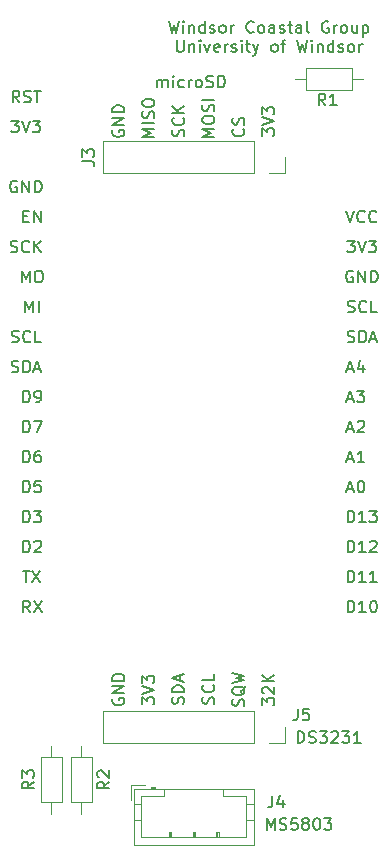
<source format=gbr>
%TF.GenerationSoftware,KiCad,Pcbnew,(6.0.8)*%
%TF.CreationDate,2022-10-21T13:47:49-04:00*%
%TF.ProjectId,firebeetle-shield,66697265-6265-4657-946c-652d73686965,v2*%
%TF.SameCoordinates,Original*%
%TF.FileFunction,Legend,Top*%
%TF.FilePolarity,Positive*%
%FSLAX46Y46*%
G04 Gerber Fmt 4.6, Leading zero omitted, Abs format (unit mm)*
G04 Created by KiCad (PCBNEW (6.0.8)) date 2022-10-21 13:47:49*
%MOMM*%
%LPD*%
G01*
G04 APERTURE LIST*
%ADD10C,0.150000*%
%ADD11C,0.200000*%
%ADD12C,0.120000*%
G04 APERTURE END LIST*
D10*
X116674761Y-158077476D02*
X116722380Y-157934619D01*
X116722380Y-157696523D01*
X116674761Y-157601285D01*
X116627142Y-157553666D01*
X116531904Y-157506047D01*
X116436666Y-157506047D01*
X116341428Y-157553666D01*
X116293809Y-157601285D01*
X116246190Y-157696523D01*
X116198571Y-157887000D01*
X116150952Y-157982238D01*
X116103333Y-158029857D01*
X116008095Y-158077476D01*
X115912857Y-158077476D01*
X115817619Y-158029857D01*
X115770000Y-157982238D01*
X115722380Y-157887000D01*
X115722380Y-157648904D01*
X115770000Y-157506047D01*
X116627142Y-156506047D02*
X116674761Y-156553666D01*
X116722380Y-156696523D01*
X116722380Y-156791761D01*
X116674761Y-156934619D01*
X116579523Y-157029857D01*
X116484285Y-157077476D01*
X116293809Y-157125095D01*
X116150952Y-157125095D01*
X115960476Y-157077476D01*
X115865238Y-157029857D01*
X115770000Y-156934619D01*
X115722380Y-156791761D01*
X115722380Y-156696523D01*
X115770000Y-156553666D01*
X115817619Y-156506047D01*
X116722380Y-155601285D02*
X116722380Y-156077476D01*
X115722380Y-156077476D01*
X110642380Y-158125095D02*
X110642380Y-157506047D01*
X111023333Y-157839380D01*
X111023333Y-157696523D01*
X111070952Y-157601285D01*
X111118571Y-157553666D01*
X111213809Y-157506047D01*
X111451904Y-157506047D01*
X111547142Y-157553666D01*
X111594761Y-157601285D01*
X111642380Y-157696523D01*
X111642380Y-157982238D01*
X111594761Y-158077476D01*
X111547142Y-158125095D01*
X110642380Y-157220333D02*
X111642380Y-156887000D01*
X110642380Y-156553666D01*
X110642380Y-156315571D02*
X110642380Y-155696523D01*
X111023333Y-156029857D01*
X111023333Y-155887000D01*
X111070952Y-155791761D01*
X111118571Y-155744142D01*
X111213809Y-155696523D01*
X111451904Y-155696523D01*
X111547142Y-155744142D01*
X111594761Y-155791761D01*
X111642380Y-155887000D01*
X111642380Y-156172714D01*
X111594761Y-156267952D01*
X111547142Y-156315571D01*
X100545904Y-140194380D02*
X100545904Y-139194380D01*
X100784000Y-139194380D01*
X100926857Y-139242000D01*
X101022095Y-139337238D01*
X101069714Y-139432476D01*
X101117333Y-139622952D01*
X101117333Y-139765809D01*
X101069714Y-139956285D01*
X101022095Y-140051523D01*
X100926857Y-140146761D01*
X100784000Y-140194380D01*
X100545904Y-140194380D01*
X102022095Y-139194380D02*
X101545904Y-139194380D01*
X101498285Y-139670571D01*
X101545904Y-139622952D01*
X101641142Y-139575333D01*
X101879238Y-139575333D01*
X101974476Y-139622952D01*
X102022095Y-139670571D01*
X102069714Y-139765809D01*
X102069714Y-140003904D01*
X102022095Y-140099142D01*
X101974476Y-140146761D01*
X101879238Y-140194380D01*
X101641142Y-140194380D01*
X101545904Y-140146761D01*
X101498285Y-140099142D01*
X128009714Y-127446761D02*
X128152571Y-127494380D01*
X128390666Y-127494380D01*
X128485904Y-127446761D01*
X128533523Y-127399142D01*
X128581142Y-127303904D01*
X128581142Y-127208666D01*
X128533523Y-127113428D01*
X128485904Y-127065809D01*
X128390666Y-127018190D01*
X128200190Y-126970571D01*
X128104952Y-126922952D01*
X128057333Y-126875333D01*
X128009714Y-126780095D01*
X128009714Y-126684857D01*
X128057333Y-126589619D01*
X128104952Y-126542000D01*
X128200190Y-126494380D01*
X128438285Y-126494380D01*
X128581142Y-126542000D01*
X129009714Y-127494380D02*
X129009714Y-126494380D01*
X129247809Y-126494380D01*
X129390666Y-126542000D01*
X129485904Y-126637238D01*
X129533523Y-126732476D01*
X129581142Y-126922952D01*
X129581142Y-127065809D01*
X129533523Y-127256285D01*
X129485904Y-127351523D01*
X129390666Y-127446761D01*
X129247809Y-127494380D01*
X129009714Y-127494380D01*
X129962095Y-127208666D02*
X130438285Y-127208666D01*
X129866857Y-127494380D02*
X130200190Y-126494380D01*
X130533523Y-127494380D01*
X100712571Y-124954380D02*
X100712571Y-123954380D01*
X101045904Y-124668666D01*
X101379238Y-123954380D01*
X101379238Y-124954380D01*
X101855428Y-124954380D02*
X101855428Y-123954380D01*
X99537904Y-108714380D02*
X100156952Y-108714380D01*
X99823619Y-109095333D01*
X99966476Y-109095333D01*
X100061714Y-109142952D01*
X100109333Y-109190571D01*
X100156952Y-109285809D01*
X100156952Y-109523904D01*
X100109333Y-109619142D01*
X100061714Y-109666761D01*
X99966476Y-109714380D01*
X99680761Y-109714380D01*
X99585523Y-109666761D01*
X99537904Y-109619142D01*
X100442666Y-108714380D02*
X100776000Y-109714380D01*
X101109333Y-108714380D01*
X101347428Y-108714380D02*
X101966476Y-108714380D01*
X101633142Y-109095333D01*
X101776000Y-109095333D01*
X101871238Y-109142952D01*
X101918857Y-109190571D01*
X101966476Y-109285809D01*
X101966476Y-109523904D01*
X101918857Y-109619142D01*
X101871238Y-109666761D01*
X101776000Y-109714380D01*
X101490285Y-109714380D01*
X101395047Y-109666761D01*
X101347428Y-109619142D01*
X114134761Y-110039714D02*
X114182380Y-109896857D01*
X114182380Y-109658761D01*
X114134761Y-109563523D01*
X114087142Y-109515904D01*
X113991904Y-109468285D01*
X113896666Y-109468285D01*
X113801428Y-109515904D01*
X113753809Y-109563523D01*
X113706190Y-109658761D01*
X113658571Y-109849238D01*
X113610952Y-109944476D01*
X113563333Y-109992095D01*
X113468095Y-110039714D01*
X113372857Y-110039714D01*
X113277619Y-109992095D01*
X113230000Y-109944476D01*
X113182380Y-109849238D01*
X113182380Y-109611142D01*
X113230000Y-109468285D01*
X114087142Y-108468285D02*
X114134761Y-108515904D01*
X114182380Y-108658761D01*
X114182380Y-108754000D01*
X114134761Y-108896857D01*
X114039523Y-108992095D01*
X113944285Y-109039714D01*
X113753809Y-109087333D01*
X113610952Y-109087333D01*
X113420476Y-109039714D01*
X113325238Y-108992095D01*
X113230000Y-108896857D01*
X113182380Y-108754000D01*
X113182380Y-108658761D01*
X113230000Y-108515904D01*
X113277619Y-108468285D01*
X114182380Y-108039714D02*
X113182380Y-108039714D01*
X114182380Y-107468285D02*
X113610952Y-107896857D01*
X113182380Y-107468285D02*
X113753809Y-108039714D01*
X119167142Y-109428666D02*
X119214761Y-109476285D01*
X119262380Y-109619142D01*
X119262380Y-109714380D01*
X119214761Y-109857238D01*
X119119523Y-109952476D01*
X119024285Y-110000095D01*
X118833809Y-110047714D01*
X118690952Y-110047714D01*
X118500476Y-110000095D01*
X118405238Y-109952476D01*
X118310000Y-109857238D01*
X118262380Y-109714380D01*
X118262380Y-109619142D01*
X118310000Y-109476285D01*
X118357619Y-109428666D01*
X119214761Y-109047714D02*
X119262380Y-108904857D01*
X119262380Y-108666761D01*
X119214761Y-108571523D01*
X119167142Y-108523904D01*
X119071904Y-108476285D01*
X118976666Y-108476285D01*
X118881428Y-108523904D01*
X118833809Y-108571523D01*
X118786190Y-108666761D01*
X118738571Y-108857238D01*
X118690952Y-108952476D01*
X118643333Y-109000095D01*
X118548095Y-109047714D01*
X118452857Y-109047714D01*
X118357619Y-109000095D01*
X118310000Y-108952476D01*
X118262380Y-108857238D01*
X118262380Y-108619142D01*
X118310000Y-108476285D01*
D11*
X112873809Y-100289380D02*
X113111904Y-101289380D01*
X113302380Y-100575095D01*
X113492857Y-101289380D01*
X113730952Y-100289380D01*
X114111904Y-101289380D02*
X114111904Y-100622714D01*
X114111904Y-100289380D02*
X114064285Y-100337000D01*
X114111904Y-100384619D01*
X114159523Y-100337000D01*
X114111904Y-100289380D01*
X114111904Y-100384619D01*
X114588095Y-100622714D02*
X114588095Y-101289380D01*
X114588095Y-100717952D02*
X114635714Y-100670333D01*
X114730952Y-100622714D01*
X114873809Y-100622714D01*
X114969047Y-100670333D01*
X115016666Y-100765571D01*
X115016666Y-101289380D01*
X115921428Y-101289380D02*
X115921428Y-100289380D01*
X115921428Y-101241761D02*
X115826190Y-101289380D01*
X115635714Y-101289380D01*
X115540476Y-101241761D01*
X115492857Y-101194142D01*
X115445238Y-101098904D01*
X115445238Y-100813190D01*
X115492857Y-100717952D01*
X115540476Y-100670333D01*
X115635714Y-100622714D01*
X115826190Y-100622714D01*
X115921428Y-100670333D01*
X116350000Y-101241761D02*
X116445238Y-101289380D01*
X116635714Y-101289380D01*
X116730952Y-101241761D01*
X116778571Y-101146523D01*
X116778571Y-101098904D01*
X116730952Y-101003666D01*
X116635714Y-100956047D01*
X116492857Y-100956047D01*
X116397619Y-100908428D01*
X116350000Y-100813190D01*
X116350000Y-100765571D01*
X116397619Y-100670333D01*
X116492857Y-100622714D01*
X116635714Y-100622714D01*
X116730952Y-100670333D01*
X117350000Y-101289380D02*
X117254761Y-101241761D01*
X117207142Y-101194142D01*
X117159523Y-101098904D01*
X117159523Y-100813190D01*
X117207142Y-100717952D01*
X117254761Y-100670333D01*
X117350000Y-100622714D01*
X117492857Y-100622714D01*
X117588095Y-100670333D01*
X117635714Y-100717952D01*
X117683333Y-100813190D01*
X117683333Y-101098904D01*
X117635714Y-101194142D01*
X117588095Y-101241761D01*
X117492857Y-101289380D01*
X117350000Y-101289380D01*
X118111904Y-101289380D02*
X118111904Y-100622714D01*
X118111904Y-100813190D02*
X118159523Y-100717952D01*
X118207142Y-100670333D01*
X118302380Y-100622714D01*
X118397619Y-100622714D01*
X120064285Y-101194142D02*
X120016666Y-101241761D01*
X119873809Y-101289380D01*
X119778571Y-101289380D01*
X119635714Y-101241761D01*
X119540476Y-101146523D01*
X119492857Y-101051285D01*
X119445238Y-100860809D01*
X119445238Y-100717952D01*
X119492857Y-100527476D01*
X119540476Y-100432238D01*
X119635714Y-100337000D01*
X119778571Y-100289380D01*
X119873809Y-100289380D01*
X120016666Y-100337000D01*
X120064285Y-100384619D01*
X120635714Y-101289380D02*
X120540476Y-101241761D01*
X120492857Y-101194142D01*
X120445238Y-101098904D01*
X120445238Y-100813190D01*
X120492857Y-100717952D01*
X120540476Y-100670333D01*
X120635714Y-100622714D01*
X120778571Y-100622714D01*
X120873809Y-100670333D01*
X120921428Y-100717952D01*
X120969047Y-100813190D01*
X120969047Y-101098904D01*
X120921428Y-101194142D01*
X120873809Y-101241761D01*
X120778571Y-101289380D01*
X120635714Y-101289380D01*
X121826190Y-101289380D02*
X121826190Y-100765571D01*
X121778571Y-100670333D01*
X121683333Y-100622714D01*
X121492857Y-100622714D01*
X121397619Y-100670333D01*
X121826190Y-101241761D02*
X121730952Y-101289380D01*
X121492857Y-101289380D01*
X121397619Y-101241761D01*
X121350000Y-101146523D01*
X121350000Y-101051285D01*
X121397619Y-100956047D01*
X121492857Y-100908428D01*
X121730952Y-100908428D01*
X121826190Y-100860809D01*
X122254761Y-101241761D02*
X122350000Y-101289380D01*
X122540476Y-101289380D01*
X122635714Y-101241761D01*
X122683333Y-101146523D01*
X122683333Y-101098904D01*
X122635714Y-101003666D01*
X122540476Y-100956047D01*
X122397619Y-100956047D01*
X122302380Y-100908428D01*
X122254761Y-100813190D01*
X122254761Y-100765571D01*
X122302380Y-100670333D01*
X122397619Y-100622714D01*
X122540476Y-100622714D01*
X122635714Y-100670333D01*
X122969047Y-100622714D02*
X123350000Y-100622714D01*
X123111904Y-100289380D02*
X123111904Y-101146523D01*
X123159523Y-101241761D01*
X123254761Y-101289380D01*
X123350000Y-101289380D01*
X124111904Y-101289380D02*
X124111904Y-100765571D01*
X124064285Y-100670333D01*
X123969047Y-100622714D01*
X123778571Y-100622714D01*
X123683333Y-100670333D01*
X124111904Y-101241761D02*
X124016666Y-101289380D01*
X123778571Y-101289380D01*
X123683333Y-101241761D01*
X123635714Y-101146523D01*
X123635714Y-101051285D01*
X123683333Y-100956047D01*
X123778571Y-100908428D01*
X124016666Y-100908428D01*
X124111904Y-100860809D01*
X124730952Y-101289380D02*
X124635714Y-101241761D01*
X124588095Y-101146523D01*
X124588095Y-100289380D01*
X126397619Y-100337000D02*
X126302380Y-100289380D01*
X126159523Y-100289380D01*
X126016666Y-100337000D01*
X125921428Y-100432238D01*
X125873809Y-100527476D01*
X125826190Y-100717952D01*
X125826190Y-100860809D01*
X125873809Y-101051285D01*
X125921428Y-101146523D01*
X126016666Y-101241761D01*
X126159523Y-101289380D01*
X126254761Y-101289380D01*
X126397619Y-101241761D01*
X126445238Y-101194142D01*
X126445238Y-100860809D01*
X126254761Y-100860809D01*
X126873809Y-101289380D02*
X126873809Y-100622714D01*
X126873809Y-100813190D02*
X126921428Y-100717952D01*
X126969047Y-100670333D01*
X127064285Y-100622714D01*
X127159523Y-100622714D01*
X127635714Y-101289380D02*
X127540476Y-101241761D01*
X127492857Y-101194142D01*
X127445238Y-101098904D01*
X127445238Y-100813190D01*
X127492857Y-100717952D01*
X127540476Y-100670333D01*
X127635714Y-100622714D01*
X127778571Y-100622714D01*
X127873809Y-100670333D01*
X127921428Y-100717952D01*
X127969047Y-100813190D01*
X127969047Y-101098904D01*
X127921428Y-101194142D01*
X127873809Y-101241761D01*
X127778571Y-101289380D01*
X127635714Y-101289380D01*
X128826190Y-100622714D02*
X128826190Y-101289380D01*
X128397619Y-100622714D02*
X128397619Y-101146523D01*
X128445238Y-101241761D01*
X128540476Y-101289380D01*
X128683333Y-101289380D01*
X128778571Y-101241761D01*
X128826190Y-101194142D01*
X129302380Y-100622714D02*
X129302380Y-101622714D01*
X129302380Y-100670333D02*
X129397619Y-100622714D01*
X129588095Y-100622714D01*
X129683333Y-100670333D01*
X129730952Y-100717952D01*
X129778571Y-100813190D01*
X129778571Y-101098904D01*
X129730952Y-101194142D01*
X129683333Y-101241761D01*
X129588095Y-101289380D01*
X129397619Y-101289380D01*
X129302380Y-101241761D01*
X113564285Y-101899380D02*
X113564285Y-102708904D01*
X113611904Y-102804142D01*
X113659523Y-102851761D01*
X113754761Y-102899380D01*
X113945238Y-102899380D01*
X114040476Y-102851761D01*
X114088095Y-102804142D01*
X114135714Y-102708904D01*
X114135714Y-101899380D01*
X114611904Y-102232714D02*
X114611904Y-102899380D01*
X114611904Y-102327952D02*
X114659523Y-102280333D01*
X114754761Y-102232714D01*
X114897619Y-102232714D01*
X114992857Y-102280333D01*
X115040476Y-102375571D01*
X115040476Y-102899380D01*
X115516666Y-102899380D02*
X115516666Y-102232714D01*
X115516666Y-101899380D02*
X115469047Y-101947000D01*
X115516666Y-101994619D01*
X115564285Y-101947000D01*
X115516666Y-101899380D01*
X115516666Y-101994619D01*
X115897619Y-102232714D02*
X116135714Y-102899380D01*
X116373809Y-102232714D01*
X117135714Y-102851761D02*
X117040476Y-102899380D01*
X116850000Y-102899380D01*
X116754761Y-102851761D01*
X116707142Y-102756523D01*
X116707142Y-102375571D01*
X116754761Y-102280333D01*
X116850000Y-102232714D01*
X117040476Y-102232714D01*
X117135714Y-102280333D01*
X117183333Y-102375571D01*
X117183333Y-102470809D01*
X116707142Y-102566047D01*
X117611904Y-102899380D02*
X117611904Y-102232714D01*
X117611904Y-102423190D02*
X117659523Y-102327952D01*
X117707142Y-102280333D01*
X117802380Y-102232714D01*
X117897619Y-102232714D01*
X118183333Y-102851761D02*
X118278571Y-102899380D01*
X118469047Y-102899380D01*
X118564285Y-102851761D01*
X118611904Y-102756523D01*
X118611904Y-102708904D01*
X118564285Y-102613666D01*
X118469047Y-102566047D01*
X118326190Y-102566047D01*
X118230952Y-102518428D01*
X118183333Y-102423190D01*
X118183333Y-102375571D01*
X118230952Y-102280333D01*
X118326190Y-102232714D01*
X118469047Y-102232714D01*
X118564285Y-102280333D01*
X119040476Y-102899380D02*
X119040476Y-102232714D01*
X119040476Y-101899380D02*
X118992857Y-101947000D01*
X119040476Y-101994619D01*
X119088095Y-101947000D01*
X119040476Y-101899380D01*
X119040476Y-101994619D01*
X119373809Y-102232714D02*
X119754761Y-102232714D01*
X119516666Y-101899380D02*
X119516666Y-102756523D01*
X119564285Y-102851761D01*
X119659523Y-102899380D01*
X119754761Y-102899380D01*
X119992857Y-102232714D02*
X120230952Y-102899380D01*
X120469047Y-102232714D02*
X120230952Y-102899380D01*
X120135714Y-103137476D01*
X120088095Y-103185095D01*
X119992857Y-103232714D01*
X121754761Y-102899380D02*
X121659523Y-102851761D01*
X121611904Y-102804142D01*
X121564285Y-102708904D01*
X121564285Y-102423190D01*
X121611904Y-102327952D01*
X121659523Y-102280333D01*
X121754761Y-102232714D01*
X121897619Y-102232714D01*
X121992857Y-102280333D01*
X122040476Y-102327952D01*
X122088095Y-102423190D01*
X122088095Y-102708904D01*
X122040476Y-102804142D01*
X121992857Y-102851761D01*
X121897619Y-102899380D01*
X121754761Y-102899380D01*
X122373809Y-102232714D02*
X122754761Y-102232714D01*
X122516666Y-102899380D02*
X122516666Y-102042238D01*
X122564285Y-101947000D01*
X122659523Y-101899380D01*
X122754761Y-101899380D01*
X123754761Y-101899380D02*
X123992857Y-102899380D01*
X124183333Y-102185095D01*
X124373809Y-102899380D01*
X124611904Y-101899380D01*
X124992857Y-102899380D02*
X124992857Y-102232714D01*
X124992857Y-101899380D02*
X124945238Y-101947000D01*
X124992857Y-101994619D01*
X125040476Y-101947000D01*
X124992857Y-101899380D01*
X124992857Y-101994619D01*
X125469047Y-102232714D02*
X125469047Y-102899380D01*
X125469047Y-102327952D02*
X125516666Y-102280333D01*
X125611904Y-102232714D01*
X125754761Y-102232714D01*
X125850000Y-102280333D01*
X125897619Y-102375571D01*
X125897619Y-102899380D01*
X126802380Y-102899380D02*
X126802380Y-101899380D01*
X126802380Y-102851761D02*
X126707142Y-102899380D01*
X126516666Y-102899380D01*
X126421428Y-102851761D01*
X126373809Y-102804142D01*
X126326190Y-102708904D01*
X126326190Y-102423190D01*
X126373809Y-102327952D01*
X126421428Y-102280333D01*
X126516666Y-102232714D01*
X126707142Y-102232714D01*
X126802380Y-102280333D01*
X127230952Y-102851761D02*
X127326190Y-102899380D01*
X127516666Y-102899380D01*
X127611904Y-102851761D01*
X127659523Y-102756523D01*
X127659523Y-102708904D01*
X127611904Y-102613666D01*
X127516666Y-102566047D01*
X127373809Y-102566047D01*
X127278571Y-102518428D01*
X127230952Y-102423190D01*
X127230952Y-102375571D01*
X127278571Y-102280333D01*
X127373809Y-102232714D01*
X127516666Y-102232714D01*
X127611904Y-102280333D01*
X128230952Y-102899380D02*
X128135714Y-102851761D01*
X128088095Y-102804142D01*
X128040476Y-102708904D01*
X128040476Y-102423190D01*
X128088095Y-102327952D01*
X128135714Y-102280333D01*
X128230952Y-102232714D01*
X128373809Y-102232714D01*
X128469047Y-102280333D01*
X128516666Y-102327952D01*
X128564285Y-102423190D01*
X128564285Y-102708904D01*
X128516666Y-102804142D01*
X128469047Y-102851761D01*
X128373809Y-102899380D01*
X128230952Y-102899380D01*
X128992857Y-102899380D02*
X128992857Y-102232714D01*
X128992857Y-102423190D02*
X129040476Y-102327952D01*
X129088095Y-102280333D01*
X129183333Y-102232714D01*
X129278571Y-102232714D01*
D10*
X128001714Y-137368666D02*
X128477904Y-137368666D01*
X127906476Y-137654380D02*
X128239809Y-136654380D01*
X128573142Y-137654380D01*
X129430285Y-137654380D02*
X128858857Y-137654380D01*
X129144571Y-137654380D02*
X129144571Y-136654380D01*
X129049333Y-136797238D01*
X128954095Y-136892476D01*
X128858857Y-136940095D01*
X114104761Y-158101285D02*
X114152380Y-157958428D01*
X114152380Y-157720333D01*
X114104761Y-157625095D01*
X114057142Y-157577476D01*
X113961904Y-157529857D01*
X113866666Y-157529857D01*
X113771428Y-157577476D01*
X113723809Y-157625095D01*
X113676190Y-157720333D01*
X113628571Y-157910809D01*
X113580952Y-158006047D01*
X113533333Y-158053666D01*
X113438095Y-158101285D01*
X113342857Y-158101285D01*
X113247619Y-158053666D01*
X113200000Y-158006047D01*
X113152380Y-157910809D01*
X113152380Y-157672714D01*
X113200000Y-157529857D01*
X114152380Y-157101285D02*
X113152380Y-157101285D01*
X113152380Y-156863190D01*
X113200000Y-156720333D01*
X113295238Y-156625095D01*
X113390476Y-156577476D01*
X113580952Y-156529857D01*
X113723809Y-156529857D01*
X113914285Y-156577476D01*
X114009523Y-156625095D01*
X114104761Y-156720333D01*
X114152380Y-156863190D01*
X114152380Y-157101285D01*
X113866666Y-156148904D02*
X113866666Y-155672714D01*
X114152380Y-156244142D02*
X113152380Y-155910809D01*
X114152380Y-155577476D01*
X120802380Y-109992095D02*
X120802380Y-109373047D01*
X121183333Y-109706380D01*
X121183333Y-109563523D01*
X121230952Y-109468285D01*
X121278571Y-109420666D01*
X121373809Y-109373047D01*
X121611904Y-109373047D01*
X121707142Y-109420666D01*
X121754761Y-109468285D01*
X121802380Y-109563523D01*
X121802380Y-109849238D01*
X121754761Y-109944476D01*
X121707142Y-109992095D01*
X120802380Y-109087333D02*
X121802380Y-108754000D01*
X120802380Y-108420666D01*
X120802380Y-108182571D02*
X120802380Y-107563523D01*
X121183333Y-107896857D01*
X121183333Y-107754000D01*
X121230952Y-107658761D01*
X121278571Y-107611142D01*
X121373809Y-107563523D01*
X121611904Y-107563523D01*
X121707142Y-107611142D01*
X121754761Y-107658761D01*
X121802380Y-107754000D01*
X121802380Y-108039714D01*
X121754761Y-108134952D01*
X121707142Y-108182571D01*
X128001714Y-129748666D02*
X128477904Y-129748666D01*
X127906476Y-130034380D02*
X128239809Y-129034380D01*
X128573142Y-130034380D01*
X129335047Y-129367714D02*
X129335047Y-130034380D01*
X129096952Y-128986761D02*
X128858857Y-129701047D01*
X129477904Y-129701047D01*
X101117333Y-150354380D02*
X100784000Y-149878190D01*
X100545904Y-150354380D02*
X100545904Y-149354380D01*
X100926857Y-149354380D01*
X101022095Y-149402000D01*
X101069714Y-149449619D01*
X101117333Y-149544857D01*
X101117333Y-149687714D01*
X101069714Y-149782952D01*
X101022095Y-149830571D01*
X100926857Y-149878190D01*
X100545904Y-149878190D01*
X101450666Y-149354380D02*
X102117333Y-150354380D01*
X102117333Y-149354380D02*
X101450666Y-150354380D01*
X128009714Y-142734380D02*
X128009714Y-141734380D01*
X128247809Y-141734380D01*
X128390666Y-141782000D01*
X128485904Y-141877238D01*
X128533523Y-141972476D01*
X128581142Y-142162952D01*
X128581142Y-142305809D01*
X128533523Y-142496285D01*
X128485904Y-142591523D01*
X128390666Y-142686761D01*
X128247809Y-142734380D01*
X128009714Y-142734380D01*
X129533523Y-142734380D02*
X128962095Y-142734380D01*
X129247809Y-142734380D02*
X129247809Y-141734380D01*
X129152571Y-141877238D01*
X129057333Y-141972476D01*
X128962095Y-142020095D01*
X129866857Y-141734380D02*
X130485904Y-141734380D01*
X130152571Y-142115333D01*
X130295428Y-142115333D01*
X130390666Y-142162952D01*
X130438285Y-142210571D01*
X130485904Y-142305809D01*
X130485904Y-142543904D01*
X130438285Y-142639142D01*
X130390666Y-142686761D01*
X130295428Y-142734380D01*
X130009714Y-142734380D01*
X129914476Y-142686761D01*
X129866857Y-142639142D01*
X116722380Y-110071428D02*
X115722380Y-110071428D01*
X116436666Y-109738095D01*
X115722380Y-109404761D01*
X116722380Y-109404761D01*
X115722380Y-108738095D02*
X115722380Y-108547619D01*
X115770000Y-108452380D01*
X115865238Y-108357142D01*
X116055714Y-108309523D01*
X116389047Y-108309523D01*
X116579523Y-108357142D01*
X116674761Y-108452380D01*
X116722380Y-108547619D01*
X116722380Y-108738095D01*
X116674761Y-108833333D01*
X116579523Y-108928571D01*
X116389047Y-108976190D01*
X116055714Y-108976190D01*
X115865238Y-108928571D01*
X115770000Y-108833333D01*
X115722380Y-108738095D01*
X116674761Y-107928571D02*
X116722380Y-107785714D01*
X116722380Y-107547619D01*
X116674761Y-107452380D01*
X116627142Y-107404761D01*
X116531904Y-107357142D01*
X116436666Y-107357142D01*
X116341428Y-107404761D01*
X116293809Y-107452380D01*
X116246190Y-107547619D01*
X116198571Y-107738095D01*
X116150952Y-107833333D01*
X116103333Y-107880952D01*
X116008095Y-107928571D01*
X115912857Y-107928571D01*
X115817619Y-107880952D01*
X115770000Y-107833333D01*
X115722380Y-107738095D01*
X115722380Y-107500000D01*
X115770000Y-107357142D01*
X116722380Y-106928571D02*
X115722380Y-106928571D01*
X127890666Y-116334380D02*
X128224000Y-117334380D01*
X128557333Y-116334380D01*
X129462095Y-117239142D02*
X129414476Y-117286761D01*
X129271619Y-117334380D01*
X129176380Y-117334380D01*
X129033523Y-117286761D01*
X128938285Y-117191523D01*
X128890666Y-117096285D01*
X128843047Y-116905809D01*
X128843047Y-116762952D01*
X128890666Y-116572476D01*
X128938285Y-116477238D01*
X129033523Y-116382000D01*
X129176380Y-116334380D01*
X129271619Y-116334380D01*
X129414476Y-116382000D01*
X129462095Y-116429619D01*
X130462095Y-117239142D02*
X130414476Y-117286761D01*
X130271619Y-117334380D01*
X130176380Y-117334380D01*
X130033523Y-117286761D01*
X129938285Y-117191523D01*
X129890666Y-117096285D01*
X129843047Y-116905809D01*
X129843047Y-116762952D01*
X129890666Y-116572476D01*
X129938285Y-116477238D01*
X130033523Y-116382000D01*
X130176380Y-116334380D01*
X130271619Y-116334380D01*
X130414476Y-116382000D01*
X130462095Y-116429619D01*
X119214761Y-158267952D02*
X119262380Y-158125095D01*
X119262380Y-157887000D01*
X119214761Y-157791761D01*
X119167142Y-157744142D01*
X119071904Y-157696523D01*
X118976666Y-157696523D01*
X118881428Y-157744142D01*
X118833809Y-157791761D01*
X118786190Y-157887000D01*
X118738571Y-158077476D01*
X118690952Y-158172714D01*
X118643333Y-158220333D01*
X118548095Y-158267952D01*
X118452857Y-158267952D01*
X118357619Y-158220333D01*
X118310000Y-158172714D01*
X118262380Y-158077476D01*
X118262380Y-157839380D01*
X118310000Y-157696523D01*
X119357619Y-156601285D02*
X119310000Y-156696523D01*
X119214761Y-156791761D01*
X119071904Y-156934619D01*
X119024285Y-157029857D01*
X119024285Y-157125095D01*
X119262380Y-157077476D02*
X119214761Y-157172714D01*
X119119523Y-157267952D01*
X118929047Y-157315571D01*
X118595714Y-157315571D01*
X118405238Y-157267952D01*
X118310000Y-157172714D01*
X118262380Y-157077476D01*
X118262380Y-156887000D01*
X118310000Y-156791761D01*
X118405238Y-156696523D01*
X118595714Y-156648904D01*
X118929047Y-156648904D01*
X119119523Y-156696523D01*
X119214761Y-156791761D01*
X119262380Y-156887000D01*
X119262380Y-157077476D01*
X118262380Y-156315571D02*
X119262380Y-156077476D01*
X118548095Y-155887000D01*
X119262380Y-155696523D01*
X118262380Y-155458428D01*
X111912666Y-105904380D02*
X111912666Y-105237714D01*
X111912666Y-105332952D02*
X111960285Y-105285333D01*
X112055523Y-105237714D01*
X112198380Y-105237714D01*
X112293619Y-105285333D01*
X112341238Y-105380571D01*
X112341238Y-105904380D01*
X112341238Y-105380571D02*
X112388857Y-105285333D01*
X112484095Y-105237714D01*
X112626952Y-105237714D01*
X112722190Y-105285333D01*
X112769809Y-105380571D01*
X112769809Y-105904380D01*
X113246000Y-105904380D02*
X113246000Y-105237714D01*
X113246000Y-104904380D02*
X113198380Y-104952000D01*
X113246000Y-104999619D01*
X113293619Y-104952000D01*
X113246000Y-104904380D01*
X113246000Y-104999619D01*
X114150761Y-105856761D02*
X114055523Y-105904380D01*
X113865047Y-105904380D01*
X113769809Y-105856761D01*
X113722190Y-105809142D01*
X113674571Y-105713904D01*
X113674571Y-105428190D01*
X113722190Y-105332952D01*
X113769809Y-105285333D01*
X113865047Y-105237714D01*
X114055523Y-105237714D01*
X114150761Y-105285333D01*
X114579333Y-105904380D02*
X114579333Y-105237714D01*
X114579333Y-105428190D02*
X114626952Y-105332952D01*
X114674571Y-105285333D01*
X114769809Y-105237714D01*
X114865047Y-105237714D01*
X115341238Y-105904380D02*
X115246000Y-105856761D01*
X115198380Y-105809142D01*
X115150761Y-105713904D01*
X115150761Y-105428190D01*
X115198380Y-105332952D01*
X115246000Y-105285333D01*
X115341238Y-105237714D01*
X115484095Y-105237714D01*
X115579333Y-105285333D01*
X115626952Y-105332952D01*
X115674571Y-105428190D01*
X115674571Y-105713904D01*
X115626952Y-105809142D01*
X115579333Y-105856761D01*
X115484095Y-105904380D01*
X115341238Y-105904380D01*
X116055523Y-105856761D02*
X116198380Y-105904380D01*
X116436476Y-105904380D01*
X116531714Y-105856761D01*
X116579333Y-105809142D01*
X116626952Y-105713904D01*
X116626952Y-105618666D01*
X116579333Y-105523428D01*
X116531714Y-105475809D01*
X116436476Y-105428190D01*
X116246000Y-105380571D01*
X116150761Y-105332952D01*
X116103142Y-105285333D01*
X116055523Y-105190095D01*
X116055523Y-105094857D01*
X116103142Y-104999619D01*
X116150761Y-104952000D01*
X116246000Y-104904380D01*
X116484095Y-104904380D01*
X116626952Y-104952000D01*
X117055523Y-105904380D02*
X117055523Y-104904380D01*
X117293619Y-104904380D01*
X117436476Y-104952000D01*
X117531714Y-105047238D01*
X117579333Y-105142476D01*
X117626952Y-105332952D01*
X117626952Y-105475809D01*
X117579333Y-105666285D01*
X117531714Y-105761523D01*
X117436476Y-105856761D01*
X117293619Y-105904380D01*
X117055523Y-105904380D01*
X127985904Y-118874380D02*
X128604952Y-118874380D01*
X128271619Y-119255333D01*
X128414476Y-119255333D01*
X128509714Y-119302952D01*
X128557333Y-119350571D01*
X128604952Y-119445809D01*
X128604952Y-119683904D01*
X128557333Y-119779142D01*
X128509714Y-119826761D01*
X128414476Y-119874380D01*
X128128761Y-119874380D01*
X128033523Y-119826761D01*
X127985904Y-119779142D01*
X128890666Y-118874380D02*
X129224000Y-119874380D01*
X129557333Y-118874380D01*
X129795428Y-118874380D02*
X130414476Y-118874380D01*
X130081142Y-119255333D01*
X130224000Y-119255333D01*
X130319238Y-119302952D01*
X130366857Y-119350571D01*
X130414476Y-119445809D01*
X130414476Y-119683904D01*
X130366857Y-119779142D01*
X130319238Y-119826761D01*
X130224000Y-119874380D01*
X129938285Y-119874380D01*
X129843047Y-119826761D01*
X129795428Y-119779142D01*
X111642380Y-110071428D02*
X110642380Y-110071428D01*
X111356666Y-109738095D01*
X110642380Y-109404761D01*
X111642380Y-109404761D01*
X111642380Y-108928571D02*
X110642380Y-108928571D01*
X111594761Y-108500000D02*
X111642380Y-108357142D01*
X111642380Y-108119047D01*
X111594761Y-108023809D01*
X111547142Y-107976190D01*
X111451904Y-107928571D01*
X111356666Y-107928571D01*
X111261428Y-107976190D01*
X111213809Y-108023809D01*
X111166190Y-108119047D01*
X111118571Y-108309523D01*
X111070952Y-108404761D01*
X111023333Y-108452380D01*
X110928095Y-108500000D01*
X110832857Y-108500000D01*
X110737619Y-108452380D01*
X110690000Y-108404761D01*
X110642380Y-108309523D01*
X110642380Y-108071428D01*
X110690000Y-107928571D01*
X110642380Y-107309523D02*
X110642380Y-107119047D01*
X110690000Y-107023809D01*
X110785238Y-106928571D01*
X110975714Y-106880952D01*
X111309047Y-106880952D01*
X111499523Y-106928571D01*
X111594761Y-107023809D01*
X111642380Y-107119047D01*
X111642380Y-107309523D01*
X111594761Y-107404761D01*
X111499523Y-107500000D01*
X111309047Y-107547619D01*
X110975714Y-107547619D01*
X110785238Y-107500000D01*
X110690000Y-107404761D01*
X110642380Y-107309523D01*
X100545904Y-116810571D02*
X100879238Y-116810571D01*
X101022095Y-117334380D02*
X100545904Y-117334380D01*
X100545904Y-116334380D01*
X101022095Y-116334380D01*
X101450666Y-117334380D02*
X101450666Y-116334380D01*
X102022095Y-117334380D01*
X102022095Y-116334380D01*
X108150000Y-157648904D02*
X108102380Y-157744142D01*
X108102380Y-157887000D01*
X108150000Y-158029857D01*
X108245238Y-158125095D01*
X108340476Y-158172714D01*
X108530952Y-158220333D01*
X108673809Y-158220333D01*
X108864285Y-158172714D01*
X108959523Y-158125095D01*
X109054761Y-158029857D01*
X109102380Y-157887000D01*
X109102380Y-157791761D01*
X109054761Y-157648904D01*
X109007142Y-157601285D01*
X108673809Y-157601285D01*
X108673809Y-157791761D01*
X109102380Y-157172714D02*
X108102380Y-157172714D01*
X109102380Y-156601285D01*
X108102380Y-156601285D01*
X109102380Y-156125095D02*
X108102380Y-156125095D01*
X108102380Y-155887000D01*
X108150000Y-155744142D01*
X108245238Y-155648904D01*
X108340476Y-155601285D01*
X108530952Y-155553666D01*
X108673809Y-155553666D01*
X108864285Y-155601285D01*
X108959523Y-155648904D01*
X109054761Y-155744142D01*
X109102380Y-155887000D01*
X109102380Y-156125095D01*
X100228380Y-107174380D02*
X99895047Y-106698190D01*
X99656952Y-107174380D02*
X99656952Y-106174380D01*
X100037904Y-106174380D01*
X100133142Y-106222000D01*
X100180761Y-106269619D01*
X100228380Y-106364857D01*
X100228380Y-106507714D01*
X100180761Y-106602952D01*
X100133142Y-106650571D01*
X100037904Y-106698190D01*
X99656952Y-106698190D01*
X100609333Y-107126761D02*
X100752190Y-107174380D01*
X100990285Y-107174380D01*
X101085523Y-107126761D01*
X101133142Y-107079142D01*
X101180761Y-106983904D01*
X101180761Y-106888666D01*
X101133142Y-106793428D01*
X101085523Y-106745809D01*
X100990285Y-106698190D01*
X100799809Y-106650571D01*
X100704571Y-106602952D01*
X100656952Y-106555333D01*
X100609333Y-106460095D01*
X100609333Y-106364857D01*
X100656952Y-106269619D01*
X100704571Y-106222000D01*
X100799809Y-106174380D01*
X101037904Y-106174380D01*
X101180761Y-106222000D01*
X101466476Y-106174380D02*
X102037904Y-106174380D01*
X101752190Y-107174380D02*
X101752190Y-106174380D01*
X100545904Y-142734380D02*
X100545904Y-141734380D01*
X100784000Y-141734380D01*
X100926857Y-141782000D01*
X101022095Y-141877238D01*
X101069714Y-141972476D01*
X101117333Y-142162952D01*
X101117333Y-142305809D01*
X101069714Y-142496285D01*
X101022095Y-142591523D01*
X100926857Y-142686761D01*
X100784000Y-142734380D01*
X100545904Y-142734380D01*
X101450666Y-141734380D02*
X102069714Y-141734380D01*
X101736380Y-142115333D01*
X101879238Y-142115333D01*
X101974476Y-142162952D01*
X102022095Y-142210571D01*
X102069714Y-142305809D01*
X102069714Y-142543904D01*
X102022095Y-142639142D01*
X101974476Y-142686761D01*
X101879238Y-142734380D01*
X101593523Y-142734380D01*
X101498285Y-142686761D01*
X101450666Y-142639142D01*
X100545904Y-137654380D02*
X100545904Y-136654380D01*
X100784000Y-136654380D01*
X100926857Y-136702000D01*
X101022095Y-136797238D01*
X101069714Y-136892476D01*
X101117333Y-137082952D01*
X101117333Y-137225809D01*
X101069714Y-137416285D01*
X101022095Y-137511523D01*
X100926857Y-137606761D01*
X100784000Y-137654380D01*
X100545904Y-137654380D01*
X101974476Y-136654380D02*
X101784000Y-136654380D01*
X101688761Y-136702000D01*
X101641142Y-136749619D01*
X101545904Y-136892476D01*
X101498285Y-137082952D01*
X101498285Y-137463904D01*
X101545904Y-137559142D01*
X101593523Y-137606761D01*
X101688761Y-137654380D01*
X101879238Y-137654380D01*
X101974476Y-137606761D01*
X102022095Y-137559142D01*
X102069714Y-137463904D01*
X102069714Y-137225809D01*
X102022095Y-137130571D01*
X101974476Y-137082952D01*
X101879238Y-137035333D01*
X101688761Y-137035333D01*
X101593523Y-137082952D01*
X101545904Y-137130571D01*
X101498285Y-137225809D01*
X121175714Y-168769380D02*
X121175714Y-167769380D01*
X121509047Y-168483666D01*
X121842380Y-167769380D01*
X121842380Y-168769380D01*
X122270952Y-168721761D02*
X122413809Y-168769380D01*
X122651904Y-168769380D01*
X122747142Y-168721761D01*
X122794761Y-168674142D01*
X122842380Y-168578904D01*
X122842380Y-168483666D01*
X122794761Y-168388428D01*
X122747142Y-168340809D01*
X122651904Y-168293190D01*
X122461428Y-168245571D01*
X122366190Y-168197952D01*
X122318571Y-168150333D01*
X122270952Y-168055095D01*
X122270952Y-167959857D01*
X122318571Y-167864619D01*
X122366190Y-167817000D01*
X122461428Y-167769380D01*
X122699523Y-167769380D01*
X122842380Y-167817000D01*
X123747142Y-167769380D02*
X123270952Y-167769380D01*
X123223333Y-168245571D01*
X123270952Y-168197952D01*
X123366190Y-168150333D01*
X123604285Y-168150333D01*
X123699523Y-168197952D01*
X123747142Y-168245571D01*
X123794761Y-168340809D01*
X123794761Y-168578904D01*
X123747142Y-168674142D01*
X123699523Y-168721761D01*
X123604285Y-168769380D01*
X123366190Y-168769380D01*
X123270952Y-168721761D01*
X123223333Y-168674142D01*
X124366190Y-168197952D02*
X124270952Y-168150333D01*
X124223333Y-168102714D01*
X124175714Y-168007476D01*
X124175714Y-167959857D01*
X124223333Y-167864619D01*
X124270952Y-167817000D01*
X124366190Y-167769380D01*
X124556666Y-167769380D01*
X124651904Y-167817000D01*
X124699523Y-167864619D01*
X124747142Y-167959857D01*
X124747142Y-168007476D01*
X124699523Y-168102714D01*
X124651904Y-168150333D01*
X124556666Y-168197952D01*
X124366190Y-168197952D01*
X124270952Y-168245571D01*
X124223333Y-168293190D01*
X124175714Y-168388428D01*
X124175714Y-168578904D01*
X124223333Y-168674142D01*
X124270952Y-168721761D01*
X124366190Y-168769380D01*
X124556666Y-168769380D01*
X124651904Y-168721761D01*
X124699523Y-168674142D01*
X124747142Y-168578904D01*
X124747142Y-168388428D01*
X124699523Y-168293190D01*
X124651904Y-168245571D01*
X124556666Y-168197952D01*
X125366190Y-167769380D02*
X125461428Y-167769380D01*
X125556666Y-167817000D01*
X125604285Y-167864619D01*
X125651904Y-167959857D01*
X125699523Y-168150333D01*
X125699523Y-168388428D01*
X125651904Y-168578904D01*
X125604285Y-168674142D01*
X125556666Y-168721761D01*
X125461428Y-168769380D01*
X125366190Y-168769380D01*
X125270952Y-168721761D01*
X125223333Y-168674142D01*
X125175714Y-168578904D01*
X125128095Y-168388428D01*
X125128095Y-168150333D01*
X125175714Y-167959857D01*
X125223333Y-167864619D01*
X125270952Y-167817000D01*
X125366190Y-167769380D01*
X126032857Y-167769380D02*
X126651904Y-167769380D01*
X126318571Y-168150333D01*
X126461428Y-168150333D01*
X126556666Y-168197952D01*
X126604285Y-168245571D01*
X126651904Y-168340809D01*
X126651904Y-168578904D01*
X126604285Y-168674142D01*
X126556666Y-168721761D01*
X126461428Y-168769380D01*
X126175714Y-168769380D01*
X126080476Y-168721761D01*
X126032857Y-168674142D01*
X128033523Y-124906761D02*
X128176380Y-124954380D01*
X128414476Y-124954380D01*
X128509714Y-124906761D01*
X128557333Y-124859142D01*
X128604952Y-124763904D01*
X128604952Y-124668666D01*
X128557333Y-124573428D01*
X128509714Y-124525809D01*
X128414476Y-124478190D01*
X128224000Y-124430571D01*
X128128761Y-124382952D01*
X128081142Y-124335333D01*
X128033523Y-124240095D01*
X128033523Y-124144857D01*
X128081142Y-124049619D01*
X128128761Y-124002000D01*
X128224000Y-123954380D01*
X128462095Y-123954380D01*
X128604952Y-124002000D01*
X129604952Y-124859142D02*
X129557333Y-124906761D01*
X129414476Y-124954380D01*
X129319238Y-124954380D01*
X129176380Y-124906761D01*
X129081142Y-124811523D01*
X129033523Y-124716285D01*
X128985904Y-124525809D01*
X128985904Y-124382952D01*
X129033523Y-124192476D01*
X129081142Y-124097238D01*
X129176380Y-124002000D01*
X129319238Y-123954380D01*
X129414476Y-123954380D01*
X129557333Y-124002000D01*
X129604952Y-124049619D01*
X130509714Y-124954380D02*
X130033523Y-124954380D01*
X130033523Y-123954380D01*
X100522095Y-146814380D02*
X101093523Y-146814380D01*
X100807809Y-147814380D02*
X100807809Y-146814380D01*
X101331619Y-146814380D02*
X101998285Y-147814380D01*
X101998285Y-146814380D02*
X101331619Y-147814380D01*
X99585523Y-127446761D02*
X99728380Y-127494380D01*
X99966476Y-127494380D01*
X100061714Y-127446761D01*
X100109333Y-127399142D01*
X100156952Y-127303904D01*
X100156952Y-127208666D01*
X100109333Y-127113428D01*
X100061714Y-127065809D01*
X99966476Y-127018190D01*
X99776000Y-126970571D01*
X99680761Y-126922952D01*
X99633142Y-126875333D01*
X99585523Y-126780095D01*
X99585523Y-126684857D01*
X99633142Y-126589619D01*
X99680761Y-126542000D01*
X99776000Y-126494380D01*
X100014095Y-126494380D01*
X100156952Y-126542000D01*
X101156952Y-127399142D02*
X101109333Y-127446761D01*
X100966476Y-127494380D01*
X100871238Y-127494380D01*
X100728380Y-127446761D01*
X100633142Y-127351523D01*
X100585523Y-127256285D01*
X100537904Y-127065809D01*
X100537904Y-126922952D01*
X100585523Y-126732476D01*
X100633142Y-126637238D01*
X100728380Y-126542000D01*
X100871238Y-126494380D01*
X100966476Y-126494380D01*
X101109333Y-126542000D01*
X101156952Y-126589619D01*
X102061714Y-127494380D02*
X101585523Y-127494380D01*
X101585523Y-126494380D01*
X128009714Y-150354380D02*
X128009714Y-149354380D01*
X128247809Y-149354380D01*
X128390666Y-149402000D01*
X128485904Y-149497238D01*
X128533523Y-149592476D01*
X128581142Y-149782952D01*
X128581142Y-149925809D01*
X128533523Y-150116285D01*
X128485904Y-150211523D01*
X128390666Y-150306761D01*
X128247809Y-150354380D01*
X128009714Y-150354380D01*
X129533523Y-150354380D02*
X128962095Y-150354380D01*
X129247809Y-150354380D02*
X129247809Y-149354380D01*
X129152571Y-149497238D01*
X129057333Y-149592476D01*
X128962095Y-149640095D01*
X130152571Y-149354380D02*
X130247809Y-149354380D01*
X130343047Y-149402000D01*
X130390666Y-149449619D01*
X130438285Y-149544857D01*
X130485904Y-149735333D01*
X130485904Y-149973428D01*
X130438285Y-150163904D01*
X130390666Y-150259142D01*
X130343047Y-150306761D01*
X130247809Y-150354380D01*
X130152571Y-150354380D01*
X130057333Y-150306761D01*
X130009714Y-150259142D01*
X129962095Y-150163904D01*
X129914476Y-149973428D01*
X129914476Y-149735333D01*
X129962095Y-149544857D01*
X130009714Y-149449619D01*
X130057333Y-149402000D01*
X130152571Y-149354380D01*
X100545904Y-145274380D02*
X100545904Y-144274380D01*
X100784000Y-144274380D01*
X100926857Y-144322000D01*
X101022095Y-144417238D01*
X101069714Y-144512476D01*
X101117333Y-144702952D01*
X101117333Y-144845809D01*
X101069714Y-145036285D01*
X101022095Y-145131523D01*
X100926857Y-145226761D01*
X100784000Y-145274380D01*
X100545904Y-145274380D01*
X101498285Y-144369619D02*
X101545904Y-144322000D01*
X101641142Y-144274380D01*
X101879238Y-144274380D01*
X101974476Y-144322000D01*
X102022095Y-144369619D01*
X102069714Y-144464857D01*
X102069714Y-144560095D01*
X102022095Y-144702952D01*
X101450666Y-145274380D01*
X102069714Y-145274380D01*
X100545904Y-135114380D02*
X100545904Y-134114380D01*
X100784000Y-134114380D01*
X100926857Y-134162000D01*
X101022095Y-134257238D01*
X101069714Y-134352476D01*
X101117333Y-134542952D01*
X101117333Y-134685809D01*
X101069714Y-134876285D01*
X101022095Y-134971523D01*
X100926857Y-135066761D01*
X100784000Y-135114380D01*
X100545904Y-135114380D01*
X101450666Y-134114380D02*
X102117333Y-134114380D01*
X101688761Y-135114380D01*
X99490285Y-119826761D02*
X99633142Y-119874380D01*
X99871238Y-119874380D01*
X99966476Y-119826761D01*
X100014095Y-119779142D01*
X100061714Y-119683904D01*
X100061714Y-119588666D01*
X100014095Y-119493428D01*
X99966476Y-119445809D01*
X99871238Y-119398190D01*
X99680761Y-119350571D01*
X99585523Y-119302952D01*
X99537904Y-119255333D01*
X99490285Y-119160095D01*
X99490285Y-119064857D01*
X99537904Y-118969619D01*
X99585523Y-118922000D01*
X99680761Y-118874380D01*
X99918857Y-118874380D01*
X100061714Y-118922000D01*
X101061714Y-119779142D02*
X101014095Y-119826761D01*
X100871238Y-119874380D01*
X100776000Y-119874380D01*
X100633142Y-119826761D01*
X100537904Y-119731523D01*
X100490285Y-119636285D01*
X100442666Y-119445809D01*
X100442666Y-119302952D01*
X100490285Y-119112476D01*
X100537904Y-119017238D01*
X100633142Y-118922000D01*
X100776000Y-118874380D01*
X100871238Y-118874380D01*
X101014095Y-118922000D01*
X101061714Y-118969619D01*
X101490285Y-119874380D02*
X101490285Y-118874380D01*
X102061714Y-119874380D02*
X101633142Y-119302952D01*
X102061714Y-118874380D02*
X101490285Y-119445809D01*
X128462095Y-121462000D02*
X128366857Y-121414380D01*
X128224000Y-121414380D01*
X128081142Y-121462000D01*
X127985904Y-121557238D01*
X127938285Y-121652476D01*
X127890666Y-121842952D01*
X127890666Y-121985809D01*
X127938285Y-122176285D01*
X127985904Y-122271523D01*
X128081142Y-122366761D01*
X128224000Y-122414380D01*
X128319238Y-122414380D01*
X128462095Y-122366761D01*
X128509714Y-122319142D01*
X128509714Y-121985809D01*
X128319238Y-121985809D01*
X128938285Y-122414380D02*
X128938285Y-121414380D01*
X129509714Y-122414380D01*
X129509714Y-121414380D01*
X129985904Y-122414380D02*
X129985904Y-121414380D01*
X130224000Y-121414380D01*
X130366857Y-121462000D01*
X130462095Y-121557238D01*
X130509714Y-121652476D01*
X130557333Y-121842952D01*
X130557333Y-121985809D01*
X130509714Y-122176285D01*
X130462095Y-122271523D01*
X130366857Y-122366761D01*
X130224000Y-122414380D01*
X129985904Y-122414380D01*
X99561714Y-129986761D02*
X99704571Y-130034380D01*
X99942666Y-130034380D01*
X100037904Y-129986761D01*
X100085523Y-129939142D01*
X100133142Y-129843904D01*
X100133142Y-129748666D01*
X100085523Y-129653428D01*
X100037904Y-129605809D01*
X99942666Y-129558190D01*
X99752190Y-129510571D01*
X99656952Y-129462952D01*
X99609333Y-129415333D01*
X99561714Y-129320095D01*
X99561714Y-129224857D01*
X99609333Y-129129619D01*
X99656952Y-129082000D01*
X99752190Y-129034380D01*
X99990285Y-129034380D01*
X100133142Y-129082000D01*
X100561714Y-130034380D02*
X100561714Y-129034380D01*
X100799809Y-129034380D01*
X100942666Y-129082000D01*
X101037904Y-129177238D01*
X101085523Y-129272476D01*
X101133142Y-129462952D01*
X101133142Y-129605809D01*
X101085523Y-129796285D01*
X101037904Y-129891523D01*
X100942666Y-129986761D01*
X100799809Y-130034380D01*
X100561714Y-130034380D01*
X101514095Y-129748666D02*
X101990285Y-129748666D01*
X101418857Y-130034380D02*
X101752190Y-129034380D01*
X102085523Y-130034380D01*
X100014095Y-113842000D02*
X99918857Y-113794380D01*
X99776000Y-113794380D01*
X99633142Y-113842000D01*
X99537904Y-113937238D01*
X99490285Y-114032476D01*
X99442666Y-114222952D01*
X99442666Y-114365809D01*
X99490285Y-114556285D01*
X99537904Y-114651523D01*
X99633142Y-114746761D01*
X99776000Y-114794380D01*
X99871238Y-114794380D01*
X100014095Y-114746761D01*
X100061714Y-114699142D01*
X100061714Y-114365809D01*
X99871238Y-114365809D01*
X100490285Y-114794380D02*
X100490285Y-113794380D01*
X101061714Y-114794380D01*
X101061714Y-113794380D01*
X101537904Y-114794380D02*
X101537904Y-113794380D01*
X101776000Y-113794380D01*
X101918857Y-113842000D01*
X102014095Y-113937238D01*
X102061714Y-114032476D01*
X102109333Y-114222952D01*
X102109333Y-114365809D01*
X102061714Y-114556285D01*
X102014095Y-114651523D01*
X101918857Y-114746761D01*
X101776000Y-114794380D01*
X101537904Y-114794380D01*
X128001714Y-134828666D02*
X128477904Y-134828666D01*
X127906476Y-135114380D02*
X128239809Y-134114380D01*
X128573142Y-135114380D01*
X128858857Y-134209619D02*
X128906476Y-134162000D01*
X129001714Y-134114380D01*
X129239809Y-134114380D01*
X129335047Y-134162000D01*
X129382666Y-134209619D01*
X129430285Y-134304857D01*
X129430285Y-134400095D01*
X129382666Y-134542952D01*
X128811238Y-135114380D01*
X129430285Y-135114380D01*
X128001714Y-132288666D02*
X128477904Y-132288666D01*
X127906476Y-132574380D02*
X128239809Y-131574380D01*
X128573142Y-132574380D01*
X128811238Y-131574380D02*
X129430285Y-131574380D01*
X129096952Y-131955333D01*
X129239809Y-131955333D01*
X129335047Y-132002952D01*
X129382666Y-132050571D01*
X129430285Y-132145809D01*
X129430285Y-132383904D01*
X129382666Y-132479142D01*
X129335047Y-132526761D01*
X129239809Y-132574380D01*
X128954095Y-132574380D01*
X128858857Y-132526761D01*
X128811238Y-132479142D01*
X128009714Y-147814380D02*
X128009714Y-146814380D01*
X128247809Y-146814380D01*
X128390666Y-146862000D01*
X128485904Y-146957238D01*
X128533523Y-147052476D01*
X128581142Y-147242952D01*
X128581142Y-147385809D01*
X128533523Y-147576285D01*
X128485904Y-147671523D01*
X128390666Y-147766761D01*
X128247809Y-147814380D01*
X128009714Y-147814380D01*
X129533523Y-147814380D02*
X128962095Y-147814380D01*
X129247809Y-147814380D02*
X129247809Y-146814380D01*
X129152571Y-146957238D01*
X129057333Y-147052476D01*
X128962095Y-147100095D01*
X130485904Y-147814380D02*
X129914476Y-147814380D01*
X130200190Y-147814380D02*
X130200190Y-146814380D01*
X130104952Y-146957238D01*
X130009714Y-147052476D01*
X129914476Y-147100095D01*
X128009714Y-145274380D02*
X128009714Y-144274380D01*
X128247809Y-144274380D01*
X128390666Y-144322000D01*
X128485904Y-144417238D01*
X128533523Y-144512476D01*
X128581142Y-144702952D01*
X128581142Y-144845809D01*
X128533523Y-145036285D01*
X128485904Y-145131523D01*
X128390666Y-145226761D01*
X128247809Y-145274380D01*
X128009714Y-145274380D01*
X129533523Y-145274380D02*
X128962095Y-145274380D01*
X129247809Y-145274380D02*
X129247809Y-144274380D01*
X129152571Y-144417238D01*
X129057333Y-144512476D01*
X128962095Y-144560095D01*
X129914476Y-144369619D02*
X129962095Y-144322000D01*
X130057333Y-144274380D01*
X130295428Y-144274380D01*
X130390666Y-144322000D01*
X130438285Y-144369619D01*
X130485904Y-144464857D01*
X130485904Y-144560095D01*
X130438285Y-144702952D01*
X129866857Y-145274380D01*
X130485904Y-145274380D01*
X100426857Y-122414380D02*
X100426857Y-121414380D01*
X100760190Y-122128666D01*
X101093523Y-121414380D01*
X101093523Y-122414380D01*
X101760190Y-121414380D02*
X101950666Y-121414380D01*
X102045904Y-121462000D01*
X102141142Y-121557238D01*
X102188761Y-121747714D01*
X102188761Y-122081047D01*
X102141142Y-122271523D01*
X102045904Y-122366761D01*
X101950666Y-122414380D01*
X101760190Y-122414380D01*
X101664952Y-122366761D01*
X101569714Y-122271523D01*
X101522095Y-122081047D01*
X101522095Y-121747714D01*
X101569714Y-121557238D01*
X101664952Y-121462000D01*
X101760190Y-121414380D01*
X100545904Y-132574380D02*
X100545904Y-131574380D01*
X100784000Y-131574380D01*
X100926857Y-131622000D01*
X101022095Y-131717238D01*
X101069714Y-131812476D01*
X101117333Y-132002952D01*
X101117333Y-132145809D01*
X101069714Y-132336285D01*
X101022095Y-132431523D01*
X100926857Y-132526761D01*
X100784000Y-132574380D01*
X100545904Y-132574380D01*
X101593523Y-132574380D02*
X101784000Y-132574380D01*
X101879238Y-132526761D01*
X101926857Y-132479142D01*
X102022095Y-132336285D01*
X102069714Y-132145809D01*
X102069714Y-131764857D01*
X102022095Y-131669619D01*
X101974476Y-131622000D01*
X101879238Y-131574380D01*
X101688761Y-131574380D01*
X101593523Y-131622000D01*
X101545904Y-131669619D01*
X101498285Y-131764857D01*
X101498285Y-132002952D01*
X101545904Y-132098190D01*
X101593523Y-132145809D01*
X101688761Y-132193428D01*
X101879238Y-132193428D01*
X101974476Y-132145809D01*
X102022095Y-132098190D01*
X102069714Y-132002952D01*
X108150000Y-109515904D02*
X108102380Y-109611142D01*
X108102380Y-109754000D01*
X108150000Y-109896857D01*
X108245238Y-109992095D01*
X108340476Y-110039714D01*
X108530952Y-110087333D01*
X108673809Y-110087333D01*
X108864285Y-110039714D01*
X108959523Y-109992095D01*
X109054761Y-109896857D01*
X109102380Y-109754000D01*
X109102380Y-109658761D01*
X109054761Y-109515904D01*
X109007142Y-109468285D01*
X108673809Y-109468285D01*
X108673809Y-109658761D01*
X109102380Y-109039714D02*
X108102380Y-109039714D01*
X109102380Y-108468285D01*
X108102380Y-108468285D01*
X109102380Y-107992095D02*
X108102380Y-107992095D01*
X108102380Y-107754000D01*
X108150000Y-107611142D01*
X108245238Y-107515904D01*
X108340476Y-107468285D01*
X108530952Y-107420666D01*
X108673809Y-107420666D01*
X108864285Y-107468285D01*
X108959523Y-107515904D01*
X109054761Y-107611142D01*
X109102380Y-107754000D01*
X109102380Y-107992095D01*
X123787142Y-161403380D02*
X123787142Y-160403380D01*
X124025238Y-160403380D01*
X124168095Y-160451000D01*
X124263333Y-160546238D01*
X124310952Y-160641476D01*
X124358571Y-160831952D01*
X124358571Y-160974809D01*
X124310952Y-161165285D01*
X124263333Y-161260523D01*
X124168095Y-161355761D01*
X124025238Y-161403380D01*
X123787142Y-161403380D01*
X124739523Y-161355761D02*
X124882380Y-161403380D01*
X125120476Y-161403380D01*
X125215714Y-161355761D01*
X125263333Y-161308142D01*
X125310952Y-161212904D01*
X125310952Y-161117666D01*
X125263333Y-161022428D01*
X125215714Y-160974809D01*
X125120476Y-160927190D01*
X124930000Y-160879571D01*
X124834761Y-160831952D01*
X124787142Y-160784333D01*
X124739523Y-160689095D01*
X124739523Y-160593857D01*
X124787142Y-160498619D01*
X124834761Y-160451000D01*
X124930000Y-160403380D01*
X125168095Y-160403380D01*
X125310952Y-160451000D01*
X125644285Y-160403380D02*
X126263333Y-160403380D01*
X125930000Y-160784333D01*
X126072857Y-160784333D01*
X126168095Y-160831952D01*
X126215714Y-160879571D01*
X126263333Y-160974809D01*
X126263333Y-161212904D01*
X126215714Y-161308142D01*
X126168095Y-161355761D01*
X126072857Y-161403380D01*
X125787142Y-161403380D01*
X125691904Y-161355761D01*
X125644285Y-161308142D01*
X126644285Y-160498619D02*
X126691904Y-160451000D01*
X126787142Y-160403380D01*
X127025238Y-160403380D01*
X127120476Y-160451000D01*
X127168095Y-160498619D01*
X127215714Y-160593857D01*
X127215714Y-160689095D01*
X127168095Y-160831952D01*
X126596666Y-161403380D01*
X127215714Y-161403380D01*
X127549047Y-160403380D02*
X128168095Y-160403380D01*
X127834761Y-160784333D01*
X127977619Y-160784333D01*
X128072857Y-160831952D01*
X128120476Y-160879571D01*
X128168095Y-160974809D01*
X128168095Y-161212904D01*
X128120476Y-161308142D01*
X128072857Y-161355761D01*
X127977619Y-161403380D01*
X127691904Y-161403380D01*
X127596666Y-161355761D01*
X127549047Y-161308142D01*
X129120476Y-161403380D02*
X128549047Y-161403380D01*
X128834761Y-161403380D02*
X128834761Y-160403380D01*
X128739523Y-160546238D01*
X128644285Y-160641476D01*
X128549047Y-160689095D01*
X128001714Y-139908666D02*
X128477904Y-139908666D01*
X127906476Y-140194380D02*
X128239809Y-139194380D01*
X128573142Y-140194380D01*
X129096952Y-139194380D02*
X129192190Y-139194380D01*
X129287428Y-139242000D01*
X129335047Y-139289619D01*
X129382666Y-139384857D01*
X129430285Y-139575333D01*
X129430285Y-139813428D01*
X129382666Y-140003904D01*
X129335047Y-140099142D01*
X129287428Y-140146761D01*
X129192190Y-140194380D01*
X129096952Y-140194380D01*
X129001714Y-140146761D01*
X128954095Y-140099142D01*
X128906476Y-140003904D01*
X128858857Y-139813428D01*
X128858857Y-139575333D01*
X128906476Y-139384857D01*
X128954095Y-139289619D01*
X129001714Y-139242000D01*
X129096952Y-139194380D01*
X120802380Y-158196523D02*
X120802380Y-157577476D01*
X121183333Y-157910809D01*
X121183333Y-157767952D01*
X121230952Y-157672714D01*
X121278571Y-157625095D01*
X121373809Y-157577476D01*
X121611904Y-157577476D01*
X121707142Y-157625095D01*
X121754761Y-157672714D01*
X121802380Y-157767952D01*
X121802380Y-158053666D01*
X121754761Y-158148904D01*
X121707142Y-158196523D01*
X120897619Y-157196523D02*
X120850000Y-157148904D01*
X120802380Y-157053666D01*
X120802380Y-156815571D01*
X120850000Y-156720333D01*
X120897619Y-156672714D01*
X120992857Y-156625095D01*
X121088095Y-156625095D01*
X121230952Y-156672714D01*
X121802380Y-157244142D01*
X121802380Y-156625095D01*
X121802380Y-156196523D02*
X120802380Y-156196523D01*
X121802380Y-155625095D02*
X121230952Y-156053666D01*
X120802380Y-155625095D02*
X121373809Y-156196523D01*
%TO.C,J4*%
X121651666Y-165864380D02*
X121651666Y-166578666D01*
X121604047Y-166721523D01*
X121508809Y-166816761D01*
X121365952Y-166864380D01*
X121270714Y-166864380D01*
X122556428Y-166197714D02*
X122556428Y-166864380D01*
X122318333Y-165816761D02*
X122080238Y-166531047D01*
X122699285Y-166531047D01*
%TO.C,R1*%
X126136333Y-107428380D02*
X125803000Y-106952190D01*
X125564904Y-107428380D02*
X125564904Y-106428380D01*
X125945857Y-106428380D01*
X126041095Y-106476000D01*
X126088714Y-106523619D01*
X126136333Y-106618857D01*
X126136333Y-106761714D01*
X126088714Y-106856952D01*
X126041095Y-106904571D01*
X125945857Y-106952190D01*
X125564904Y-106952190D01*
X127088714Y-107428380D02*
X126517285Y-107428380D01*
X126803000Y-107428380D02*
X126803000Y-106428380D01*
X126707761Y-106571238D01*
X126612523Y-106666476D01*
X126517285Y-106714095D01*
%TO.C,J3*%
X105562380Y-112135333D02*
X106276666Y-112135333D01*
X106419523Y-112182952D01*
X106514761Y-112278190D01*
X106562380Y-112421047D01*
X106562380Y-112516285D01*
X105562380Y-111754380D02*
X105562380Y-111135333D01*
X105943333Y-111468666D01*
X105943333Y-111325809D01*
X105990952Y-111230571D01*
X106038571Y-111182952D01*
X106133809Y-111135333D01*
X106371904Y-111135333D01*
X106467142Y-111182952D01*
X106514761Y-111230571D01*
X106562380Y-111325809D01*
X106562380Y-111611523D01*
X106514761Y-111706761D01*
X106467142Y-111754380D01*
%TO.C,R2*%
X107832380Y-164673666D02*
X107356190Y-165007000D01*
X107832380Y-165245095D02*
X106832380Y-165245095D01*
X106832380Y-164864142D01*
X106880000Y-164768904D01*
X106927619Y-164721285D01*
X107022857Y-164673666D01*
X107165714Y-164673666D01*
X107260952Y-164721285D01*
X107308571Y-164768904D01*
X107356190Y-164864142D01*
X107356190Y-165245095D01*
X106927619Y-164292714D02*
X106880000Y-164245095D01*
X106832380Y-164149857D01*
X106832380Y-163911761D01*
X106880000Y-163816523D01*
X106927619Y-163768904D01*
X107022857Y-163721285D01*
X107118095Y-163721285D01*
X107260952Y-163768904D01*
X107832380Y-164340333D01*
X107832380Y-163721285D01*
%TO.C,R3*%
X101467380Y-164673666D02*
X100991190Y-165007000D01*
X101467380Y-165245095D02*
X100467380Y-165245095D01*
X100467380Y-164864142D01*
X100515000Y-164768904D01*
X100562619Y-164721285D01*
X100657857Y-164673666D01*
X100800714Y-164673666D01*
X100895952Y-164721285D01*
X100943571Y-164768904D01*
X100991190Y-164864142D01*
X100991190Y-165245095D01*
X100467380Y-164340333D02*
X100467380Y-163721285D01*
X100848333Y-164054619D01*
X100848333Y-163911761D01*
X100895952Y-163816523D01*
X100943571Y-163768904D01*
X101038809Y-163721285D01*
X101276904Y-163721285D01*
X101372142Y-163768904D01*
X101419761Y-163816523D01*
X101467380Y-163911761D01*
X101467380Y-164197476D01*
X101419761Y-164292714D01*
X101372142Y-164340333D01*
%TO.C,J5*%
X123786666Y-158498380D02*
X123786666Y-159212666D01*
X123739047Y-159355523D01*
X123643809Y-159450761D01*
X123500952Y-159498380D01*
X123405714Y-159498380D01*
X124739047Y-158498380D02*
X124262857Y-158498380D01*
X124215238Y-158974571D01*
X124262857Y-158926952D01*
X124358095Y-158879333D01*
X124596190Y-158879333D01*
X124691428Y-158926952D01*
X124739047Y-158974571D01*
X124786666Y-159069809D01*
X124786666Y-159307904D01*
X124739047Y-159403142D01*
X124691428Y-159450761D01*
X124596190Y-159498380D01*
X124358095Y-159498380D01*
X124262857Y-159450761D01*
X124215238Y-159403142D01*
D12*
%TO.C,J4*%
X115000000Y-169402000D02*
X115000000Y-168902000D01*
X116900000Y-168902000D02*
X117100000Y-168902000D01*
X120060000Y-170012000D02*
X120060000Y-165292000D01*
X117100000Y-168902000D02*
X117100000Y-169402000D01*
X115100000Y-168902000D02*
X115100000Y-169402000D01*
X111700000Y-165192000D02*
X111400000Y-165192000D01*
X109940000Y-167902000D02*
X110550000Y-167902000D01*
X117500000Y-165902000D02*
X117500000Y-165292000D01*
X111700000Y-165092000D02*
X111400000Y-165092000D01*
X111400000Y-165092000D02*
X111400000Y-165292000D01*
X117000000Y-169402000D02*
X117000000Y-168902000D01*
X112900000Y-168902000D02*
X113100000Y-168902000D01*
X110550000Y-165902000D02*
X110550000Y-169402000D01*
X112900000Y-169402000D02*
X112900000Y-168902000D01*
X116900000Y-169402000D02*
X116900000Y-168902000D01*
X119450000Y-165902000D02*
X117500000Y-165902000D01*
X110890000Y-164992000D02*
X109640000Y-164992000D01*
X120060000Y-166602000D02*
X119450000Y-166602000D01*
X109940000Y-166602000D02*
X110550000Y-166602000D01*
X120060000Y-167902000D02*
X119450000Y-167902000D01*
X114900000Y-169402000D02*
X114900000Y-168902000D01*
X109640000Y-164992000D02*
X109640000Y-166242000D01*
X114900000Y-168902000D02*
X115100000Y-168902000D01*
X112500000Y-165902000D02*
X110550000Y-165902000D01*
X112500000Y-165292000D02*
X112500000Y-165902000D01*
X111700000Y-165292000D02*
X111700000Y-165092000D01*
X109940000Y-170012000D02*
X120060000Y-170012000D01*
X110550000Y-169402000D02*
X119450000Y-169402000D01*
X113100000Y-168902000D02*
X113100000Y-169402000D01*
X120060000Y-165292000D02*
X109940000Y-165292000D01*
X119450000Y-169402000D02*
X119450000Y-165902000D01*
X109940000Y-165292000D02*
X109940000Y-170012000D01*
X113000000Y-169402000D02*
X113000000Y-168902000D01*
%TO.C,R1*%
X124510000Y-106118000D02*
X128350000Y-106118000D01*
X123560000Y-105198000D02*
X124510000Y-105198000D01*
X124510000Y-104278000D02*
X124510000Y-106118000D01*
X128350000Y-104278000D02*
X124510000Y-104278000D01*
X128350000Y-106118000D02*
X128350000Y-104278000D01*
X129300000Y-105198000D02*
X128350000Y-105198000D01*
%TO.C,J3*%
X120080000Y-113132000D02*
X107320000Y-113132000D01*
X122680000Y-111802000D02*
X122680000Y-113132000D01*
X120080000Y-110472000D02*
X120080000Y-113132000D01*
X122680000Y-113132000D02*
X121350000Y-113132000D01*
X120080000Y-110472000D02*
X107320000Y-110472000D01*
X107320000Y-110472000D02*
X107320000Y-113132000D01*
%TO.C,R2*%
X106395000Y-162587000D02*
X104555000Y-162587000D01*
X106395000Y-166427000D02*
X106395000Y-162587000D01*
X104555000Y-162587000D02*
X104555000Y-166427000D01*
X105475000Y-167377000D02*
X105475000Y-166427000D01*
X104555000Y-166427000D02*
X106395000Y-166427000D01*
X105475000Y-161637000D02*
X105475000Y-162587000D01*
%TO.C,R3*%
X102015000Y-162587000D02*
X102015000Y-166427000D01*
X103855000Y-166427000D02*
X103855000Y-162587000D01*
X102015000Y-166427000D02*
X103855000Y-166427000D01*
X102935000Y-161637000D02*
X102935000Y-162587000D01*
X102935000Y-167377000D02*
X102935000Y-166427000D01*
X103855000Y-162587000D02*
X102015000Y-162587000D01*
%TO.C,J5*%
X120080000Y-161392000D02*
X107320000Y-161392000D01*
X122680000Y-160062000D02*
X122680000Y-161392000D01*
X107320000Y-158732000D02*
X107320000Y-161392000D01*
X120080000Y-158732000D02*
X120080000Y-161392000D01*
X122680000Y-161392000D02*
X121350000Y-161392000D01*
X120080000Y-158732000D02*
X107320000Y-158732000D01*
%TD*%
M02*

</source>
